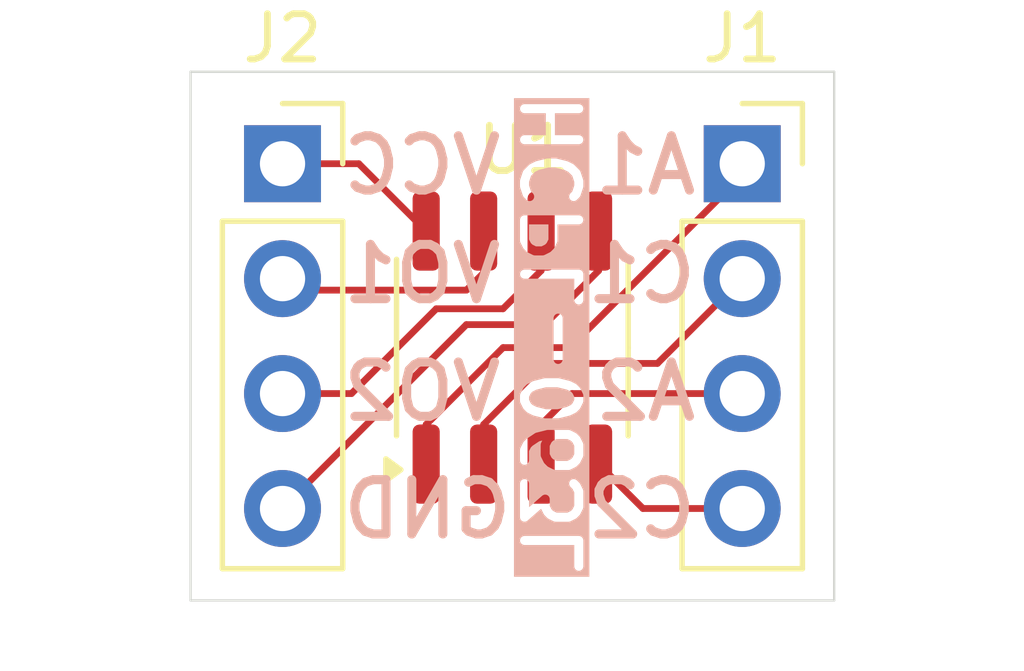
<source format=kicad_pcb>
(kicad_pcb (version 20240108) (generator "pcbnew") (generator_version "8.0")
  (layers (0 "F.Cu" signal) (31 "B.Cu" signal) (34 "B.Paste" user) (35 "F.Paste" user) (36 "B.SilkS" user "B.Silkscreen") (37 "F.SilkS" user "F.Silkscreen") (38 "B.Mask" user) (39 "F.Mask" user) (44 "Edge.Cuts" user))
  (net 0 "")
  (net 1 "Net-(J1-Pin_1)")
  (net 2 "Net-(J1-Pin_2)")
  (net 3 "Net-(J1-Pin_3)")
  (net 4 "Net-(J1-Pin_4)")
  (net 5 "Net-(J2-Pin_1)")
  (net 6 "Net-(J2-Pin_4)")
  (net 7 "Net-(J2-Pin_3)")
  (net 8 "Net-(J2-Pin_2)")
  (footprint "Connector_PinSocket_2.54mm:PinSocket_1x04_P2.54mm_Vertical" (layer "F.Cu") (at 35.56 22.86)
    (property "Reference" "J2" (at 0 -2.77 0) (layer "F.SilkS"))
    (property "Value" "Conn_01x04_Pin")
    (fp_line (start -1.33 1.27) (end -1.33 8.95) (stroke (width 0.12)) (layer "F.SilkS"))
    (fp_line (start -1.33 1.27) (end 1.33 1.27) (stroke (width 0.12)) (layer "F.SilkS"))
    (fp_line (start -1.33 8.95) (end 1.33 8.95) (stroke (width 0.12)) (layer "F.SilkS"))
    (fp_line (start 0 -1.33) (end 1.33 -1.33) (stroke (width 0.12)) (layer "F.SilkS"))
    (fp_line (start 1.33 -1.33) (end 1.33 0) (stroke (width 0.12)) (layer "F.SilkS"))
    (fp_line (start 1.33 1.27) (end 1.33 8.95) (stroke (width 0.12)) (layer "F.SilkS"))
    (pad "1" thru_hole rect (at 0 0) (size 1.7 1.7) (drill 1) (layers "*.Cu" "*.Mask") (net 5 "Net-(J2-Pin_1)"))
    (pad "2" thru_hole oval (at 0 2.54) (size 1.7 1.7) (drill 1) (layers "*.Cu" "*.Mask") (net 8 "Net-(J2-Pin_2)"))
    (pad "3" thru_hole oval (at 0 5.08) (size 1.7 1.7) (drill 1) (layers "*.Cu" "*.Mask") (net 7 "Net-(J2-Pin_3)"))
    (pad "4" thru_hole oval (at 0 7.62) (size 1.7 1.7) (drill 1) (layers "*.Cu" "*.Mask") (net 6 "Net-(J2-Pin_4)"))
  )
  (footprint "Package_SO:SO-8_3.9x4.9mm_P1.27mm" (layer "F.Cu") (at 40.64 26.924 90)
    (property "Reference" "U1" (at 4.3688 0.254 180) (layer "F.SilkS"))
    (property "Value" "HCPL-063L")
    (fp_line (start 0 -2.56) (end 1.95 -2.56) (stroke (width 0.12)) (layer "F.SilkS"))
    (fp_line (start 0 -2.56) (end -1.95 -2.56) (stroke (width 0.12)) (layer "F.SilkS"))
    (fp_line (start 0 2.56) (end 1.95 2.56) (stroke (width 0.12)) (layer "F.SilkS"))
    (fp_line (start 0 2.56) (end -1.95 2.56) (stroke (width 0.12)) (layer "F.SilkS"))
    (fp_poly (pts (xy -2.7 -2.465) (xy -2.94 -2.795) (xy -2.46 -2.795) (xy -2.7 -2.465)) (stroke (width 0.12)) (fill solid) (layer "F.SilkS"))
    (pad "1" smd roundrect (at -2.575 -1.905 90) (size 1.75 0.6) (layers "F.Cu" "F.Paste" "F.Mask") (net 1 "Net-(J1-Pin_1)"))
    (pad "2" smd roundrect (at -2.575 -0.635 90) (size 1.75 0.6) (layers "F.Cu" "F.Paste" "F.Mask") (net 2 "Net-(J1-Pin_2)"))
    (pad "3" smd roundrect (at -2.575 0.635 90) (size 1.75 0.6) (layers "F.Cu" "F.Paste" "F.Mask") (net 3 "Net-(J1-Pin_3)"))
    (pad "4" smd roundrect (at -2.575 1.905 90) (size 1.75 0.6) (layers "F.Cu" "F.Paste" "F.Mask") (net 4 "Net-(J1-Pin_4)"))
    (pad "5" smd roundrect (at 2.575 1.905 90) (size 1.75 0.6) (layers "F.Cu" "F.Paste" "F.Mask") (net 6 "Net-(J2-Pin_4)"))
    (pad "6" smd roundrect (at 2.575 0.635 90) (size 1.75 0.6) (layers "F.Cu" "F.Paste" "F.Mask") (net 7 "Net-(J2-Pin_3)"))
    (pad "7" smd roundrect (at 2.575 -0.635 90) (size 1.75 0.6) (layers "F.Cu" "F.Paste" "F.Mask") (net 8 "Net-(J2-Pin_2)"))
    (pad "8" smd roundrect (at 2.575 -1.905 90) (size 1.75 0.6) (layers "F.Cu" "F.Paste" "F.Mask") (net 5 "Net-(J2-Pin_1)"))
  )
  (footprint "Connector_PinSocket_2.54mm:PinSocket_1x04_P2.54mm_Vertical" (layer "F.Cu") (at 45.72 22.86)
    (property "Reference" "J1" (at 0 -2.77 0) (layer "F.SilkS"))
    (property "Value" "Conn_01x04_Pin")
    (fp_line (start -1.33 1.27) (end -1.33 8.95) (stroke (width 0.12)) (layer "F.SilkS"))
    (fp_line (start -1.33 1.27) (end 1.33 1.27) (stroke (width 0.12)) (layer "F.SilkS"))
    (fp_line (start -1.33 8.95) (end 1.33 8.95) (stroke (width 0.12)) (layer "F.SilkS"))
    (fp_line (start 0 -1.33) (end 1.33 -1.33) (stroke (width 0.12)) (layer "F.SilkS"))
    (fp_line (start 1.33 -1.33) (end 1.33 0) (stroke (width 0.12)) (layer "F.SilkS"))
    (fp_line (start 1.33 1.27) (end 1.33 8.95) (stroke (width 0.12)) (layer "F.SilkS"))
    (pad "1" thru_hole rect (at 0 0) (size 1.7 1.7) (drill 1) (layers "*.Cu" "*.Mask") (net 1 "Net-(J1-Pin_1)"))
    (pad "2" thru_hole oval (at 0 2.54) (size 1.7 1.7) (drill 1) (layers "*.Cu" "*.Mask") (net 2 "Net-(J1-Pin_2)"))
    (pad "3" thru_hole oval (at 0 5.08) (size 1.7 1.7) (drill 1) (layers "*.Cu" "*.Mask") (net 3 "Net-(J1-Pin_3)"))
    (pad "4" thru_hole oval (at 0 7.62) (size 1.7 1.7) (drill 1) (layers "*.Cu" "*.Mask") (net 4 "Net-(J1-Pin_4)"))
  )
  (gr_line (start 33.528 20.828) (end 47.752 20.828) (stroke (width 0.05)) (layer "Edge.Cuts"))
  (gr_line (start 47.752 20.828) (end 47.752 32.512) (stroke (width 0.05)) (layer "Edge.Cuts"))
  (gr_line (start 47.752 32.512) (end 33.528 32.512) (stroke (width 0.05)) (layer "Edge.Cuts"))
  (gr_line (start 33.528 32.512) (end 33.528 20.828) (stroke (width 0.05)) (layer "Edge.Cuts"))
  (gr_text "A2" (at 44.8 28.6 0) (layer "B.SilkS") (effects (font (size 1.2 1.2) (thickness 0.2)) (justify left bottom mirror)))
  (gr_text "C2" (at 44.8 31.2 0) (layer "B.SilkS") (effects (font (size 1.2 1.2) (thickness 0.2)) (justify left bottom mirror)))
  (gr_text "VCC" (at 36.8 23.6 0) (layer "B.SilkS") (effects (font (size 1.2 1.2) (thickness 0.2)) (justify right bottom mirror)))
  (gr_text "VO1" (at 36.8 26 0) (layer "B.SilkS") (effects (font (size 1.2 1.2) (thickness 0.2)) (justify right bottom mirror)))
  (gr_text "HCPL-063L" (at 42.2656 32.004 90) (layer "B.SilkS" knockout) (effects (font (size 1.2 1.2) (thickness 0.2)) (justify right bottom mirror)))
  (gr_text "C1" (at 44.8 26 0) (layer "B.SilkS") (effects (font (size 1.2 1.2) (thickness 0.2)) (justify left bottom mirror)))
  (gr_text "A1" (at 44.8 23.6 0) (layer "B.SilkS") (effects (font (size 1.2 1.2) (thickness 0.2)) (justify left bottom mirror)))
  (gr_text "VO2" (at 36.8 28.6 0) (layer "B.SilkS") (effects (font (size 1.2 1.2) (thickness 0.2)) (justify right bottom mirror)))
  (gr_text "GND" (at 36.8 31.2 0) (layer "B.SilkS") (effects (font (size 1.2 1.2) (thickness 0.2)) (justify right bottom mirror)))
  (segment (start 45.72 23.114) (end 45.72 22.86) (width 0.15) (layer "F.Cu") (net 1))
  (segment (start 41.91 26.924) (end 45.72 23.114) (width 0.15) (layer "F.Cu") (net 1))
  (segment (start 40.435001 26.924) (end 41.91 26.924) (width 0.15) (layer "F.Cu") (net 1))
  (segment (start 38.735 28.624001) (end 40.435001 26.924) (width 0.15) (layer "F.Cu") (net 1))
  (segment (start 38.735 29.499) (end 38.735 28.624001) (width 0.15) (layer "F.Cu") (net 1))
  (segment (start 43.846 27.274) (end 45.72 25.4) (width 0.15) (layer "F.Cu") (net 2))
  (segment (start 40.005 28.624001) (end 41.355001 27.274) (width 0.15) (layer "F.Cu") (net 2))
  (segment (start 40.005 29.499) (end 40.005 28.624001) (width 0.15) (layer "F.Cu") (net 2))
  (segment (start 41.355001 27.274) (end 43.846 27.274) (width 0.15) (layer "F.Cu") (net 2))
  (segment (start 41.959001 27.94) (end 45.72 27.94) (width 0.15) (layer "F.Cu") (net 3))
  (segment (start 41.275 29.499) (end 41.275 28.624001) (width 0.15) (layer "F.Cu") (net 3))
  (segment (start 41.275 28.624001) (end 41.959001 27.94) (width 0.15) (layer "F.Cu") (net 3))
  (segment (start 42.545 29.499) (end 43.526 30.48) (width 0.15) (layer "F.Cu") (net 4))
  (segment (start 43.526 30.48) (end 45.72 30.48) (width 0.15) (layer "F.Cu") (net 4))
  (segment (start 38.735 24.349) (end 37.246 22.86) (width 0.15) (layer "F.Cu") (net 5))
  (segment (start 37.246 22.86) (end 35.56 22.86) (width 0.15) (layer "F.Cu") (net 5))
  (segment (start 42.545 24.349) (end 42.545 25.223999) (width 0.15) (layer "F.Cu") (net 6))
  (segment (start 39.624 26.416) (end 35.56 30.48) (width 0.15) (layer "F.Cu") (net 6))
  (segment (start 41.352999 26.416) (end 39.624 26.416) (width 0.15) (layer "F.Cu") (net 6))
  (segment (start 42.545 25.223999) (end 41.352999 26.416) (width 0.15) (layer "F.Cu") (net 6))
  (segment (start 38.958 26.066) (end 37.084 27.94) (width 0.15) (layer "F.Cu") (net 7))
  (segment (start 41.275 24.349) (end 41.275 25.223999) (width 0.15) (layer "F.Cu") (net 7))
  (segment (start 41.275 25.223999) (end 40.432999 26.066) (width 0.15) (layer "F.Cu") (net 7))
  (segment (start 40.432999 26.066) (end 38.958 26.066) (width 0.15) (layer "F.Cu") (net 7))
  (segment (start 37.084 27.94) (end 35.56 27.94) (width 0.15) (layer "F.Cu") (net 7))
  (segment (start 40.005 24.349) (end 40.005 25.273) (width 0.15) (layer "F.Cu") (net 8))
  (segment (start 40.005 25.273) (end 39.624 25.654) (width 0.15) (layer "F.Cu") (net 8))
  (segment (start 39.624 25.654) (end 35.814 25.654) (width 0.15) (layer "F.Cu") (net 8))
  (segment (start 35.814 25.654) (end 35.56 25.4) (width 0.15) (layer "F.Cu") (net 8))
)
</source>
